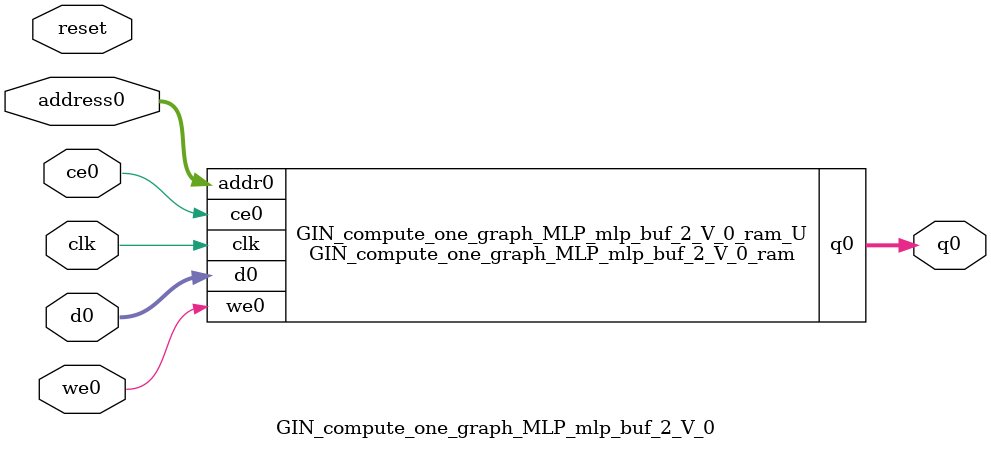
<source format=v>
`timescale 1 ns / 1 ps
module GIN_compute_one_graph_MLP_mlp_buf_2_V_0_ram (addr0, ce0, d0, we0, q0,  clk);

parameter DWIDTH = 31;
parameter AWIDTH = 10;
parameter MEM_SIZE = 600;

input[AWIDTH-1:0] addr0;
input ce0;
input[DWIDTH-1:0] d0;
input we0;
output reg[DWIDTH-1:0] q0;
input clk;

reg [DWIDTH-1:0] ram[0:MEM_SIZE-1];




always @(posedge clk)  
begin 
    if (ce0) begin
        if (we0) 
            ram[addr0] <= d0; 
        q0 <= ram[addr0];
    end
end


endmodule

`timescale 1 ns / 1 ps
module GIN_compute_one_graph_MLP_mlp_buf_2_V_0(
    reset,
    clk,
    address0,
    ce0,
    we0,
    d0,
    q0);

parameter DataWidth = 32'd31;
parameter AddressRange = 32'd600;
parameter AddressWidth = 32'd10;
input reset;
input clk;
input[AddressWidth - 1:0] address0;
input ce0;
input we0;
input[DataWidth - 1:0] d0;
output[DataWidth - 1:0] q0;



GIN_compute_one_graph_MLP_mlp_buf_2_V_0_ram GIN_compute_one_graph_MLP_mlp_buf_2_V_0_ram_U(
    .clk( clk ),
    .addr0( address0 ),
    .ce0( ce0 ),
    .we0( we0 ),
    .d0( d0 ),
    .q0( q0 ));

endmodule


</source>
